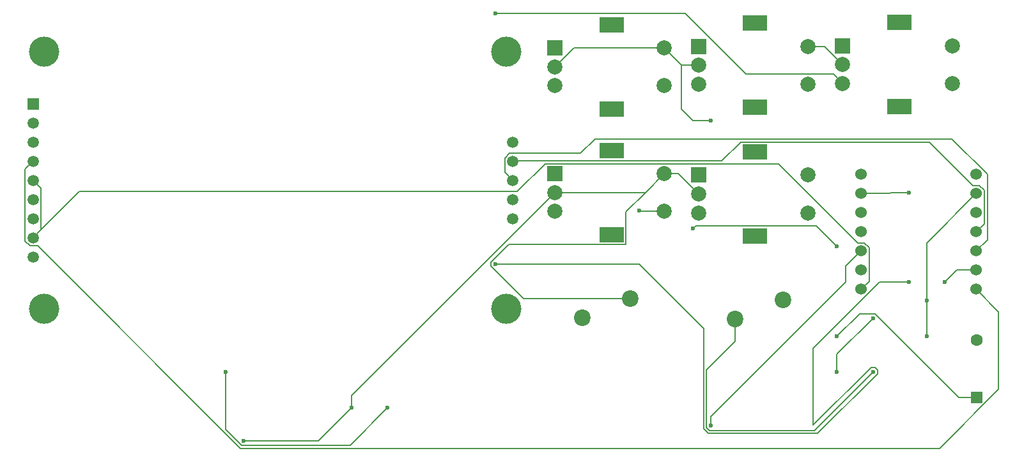
<source format=gbr>
%TF.GenerationSoftware,KiCad,Pcbnew,9.0.6*%
%TF.CreationDate,2026-01-26T19:54:01-03:00*%
%TF.ProjectId,osciloscopio,6f736369-6c6f-4736-936f-70696f2e6b69,rev?*%
%TF.SameCoordinates,Original*%
%TF.FileFunction,Copper,L2,Bot*%
%TF.FilePolarity,Positive*%
%FSLAX46Y46*%
G04 Gerber Fmt 4.6, Leading zero omitted, Abs format (unit mm)*
G04 Created by KiCad (PCBNEW 9.0.6) date 2026-01-26 19:54:01*
%MOMM*%
%LPD*%
G01*
G04 APERTURE LIST*
G04 Aperture macros list*
%AMRoundRect*
0 Rectangle with rounded corners*
0 $1 Rounding radius*
0 $2 $3 $4 $5 $6 $7 $8 $9 X,Y pos of 4 corners*
0 Add a 4 corners polygon primitive as box body*
4,1,4,$2,$3,$4,$5,$6,$7,$8,$9,$2,$3,0*
0 Add four circle primitives for the rounded corners*
1,1,$1+$1,$2,$3*
1,1,$1+$1,$4,$5*
1,1,$1+$1,$6,$7*
1,1,$1+$1,$8,$9*
0 Add four rect primitives between the rounded corners*
20,1,$1+$1,$2,$3,$4,$5,0*
20,1,$1+$1,$4,$5,$6,$7,0*
20,1,$1+$1,$6,$7,$8,$9,0*
20,1,$1+$1,$8,$9,$2,$3,0*%
G04 Aperture macros list end*
%TA.AperFunction,ComponentPad*%
%ADD10C,2.000000*%
%TD*%
%TA.AperFunction,ComponentPad*%
%ADD11R,3.200000X2.000000*%
%TD*%
%TA.AperFunction,ComponentPad*%
%ADD12R,2.000000X2.000000*%
%TD*%
%TA.AperFunction,ComponentPad*%
%ADD13C,4.000000*%
%TD*%
%TA.AperFunction,ComponentPad*%
%ADD14R,1.500000X1.500000*%
%TD*%
%TA.AperFunction,ComponentPad*%
%ADD15C,1.500000*%
%TD*%
%TA.AperFunction,ComponentPad*%
%ADD16C,1.524000*%
%TD*%
%TA.AperFunction,ComponentPad*%
%ADD17C,2.200000*%
%TD*%
%TA.AperFunction,ComponentPad*%
%ADD18RoundRect,0.250000X0.550000X-0.550000X0.550000X0.550000X-0.550000X0.550000X-0.550000X-0.550000X0*%
%TD*%
%TA.AperFunction,ComponentPad*%
%ADD19C,1.600000*%
%TD*%
%TA.AperFunction,ViaPad*%
%ADD20C,0.600000*%
%TD*%
%TA.AperFunction,Conductor*%
%ADD21C,0.200000*%
%TD*%
G04 APERTURE END LIST*
D10*
%TO.P,SW3,S2,S2*%
%TO.N,GND*%
X224770000Y-59172500D03*
%TO.P,SW3,S1,S1*%
%TO.N,Net-(U2-GPB5)*%
X224770000Y-64172500D03*
D11*
%TO.P,SW3,MP*%
%TO.N,N/C*%
X217770000Y-67272500D03*
X217770000Y-56072500D03*
D10*
%TO.P,SW3,C,C*%
%TO.N,GND*%
X210270000Y-61672500D03*
%TO.P,SW3,B,B*%
%TO.N,Net-(U2-GPB4)*%
X210270000Y-64172500D03*
D12*
%TO.P,SW3,A,A*%
%TO.N,Net-(U2-GPB3)*%
X210270000Y-59172500D03*
%TD*%
D13*
%TO.P,U3,*%
%TO.N,*%
X123625000Y-59910000D03*
X123625000Y-94010000D03*
X184825000Y-59910000D03*
X184825000Y-94010000D03*
D14*
%TO.P,U3,1,VCC*%
%TO.N,Net-(U1-3V3)*%
X122125000Y-66800000D03*
D15*
%TO.P,U3,2,GND*%
%TO.N,GND*%
X122125000Y-69340000D03*
%TO.P,U3,3,~{CS}*%
%TO.N,unconnected-(U3-~{CS}-Pad3)*%
X122125000Y-71880000D03*
%TO.P,U3,4,RESET*%
%TO.N,Net-(U1-GPIO1{slash}RX)*%
X122125000Y-74420000D03*
%TO.P,U3,5,D/~{C}*%
%TO.N,Net-(U1-GPIO0{slash}TX)*%
X122125000Y-76960000D03*
%TO.P,U3,6,MOSI*%
%TO.N,unconnected-(U3-MOSI-Pad6)*%
X122125000Y-79500000D03*
%TO.P,U3,7,SCK*%
%TO.N,unconnected-(U3-SCK-Pad7)*%
X122125000Y-82040000D03*
%TO.P,U3,8,LED*%
%TO.N,Net-(U1-GPIO0{slash}TX)*%
X122125000Y-84580000D03*
%TO.P,U3,9,MISO*%
%TO.N,unconnected-(U3-MISO-Pad9)*%
X122125000Y-87120000D03*
%TO.P,U3,10,SD_CS*%
%TO.N,unconnected-(U3-SD_CS-Pad10)*%
X185645000Y-71880000D03*
%TO.P,U3,11,SD_MOSI*%
%TO.N,Net-(U1-GPIO3{slash}MOSI)*%
X185645000Y-74420000D03*
%TO.P,U3,12,SD_MISO*%
%TO.N,Net-(U1-GPIO4{slash}MISO)*%
X185645000Y-76960000D03*
%TO.P,U3,13,SD_SCK*%
%TO.N,Net-(U1-GPIO2{slash}SCK)*%
X185645000Y-79500000D03*
%TO.P,U3,14,FLASH_CD*%
%TO.N,unconnected-(U3-FLASH_CD-Pad14)*%
X185645000Y-82040000D03*
%TD*%
D16*
%TO.P,U1,1,GPIO26/ADC0/A0*%
%TO.N,Net-(U1-GPIO26{slash}ADC0{slash}A0)*%
X231810000Y-76170000D03*
%TO.P,U1,2,GPIO27/ADC1/A1*%
%TO.N,Net-(U1-GPIO27{slash}ADC1{slash}A1)*%
X231810000Y-78710000D03*
%TO.P,U1,3,GPIO28/ADC2/A2*%
%TO.N,unconnected-(U1-GPIO28{slash}ADC2{slash}A2-Pad3)_1*%
X231810000Y-81250000D03*
%TO.P,U1,4,GPIO29/ADC3/A3*%
%TO.N,unconnected-(U1-GPIO29{slash}ADC3{slash}A3-Pad4)*%
X231810000Y-83790000D03*
%TO.P,U1,5,GPIO6/SDA*%
%TO.N,Net-(U1-GPIO6{slash}SDA)*%
X231810000Y-86330000D03*
%TO.P,U1,6,GPIO7/SCL*%
%TO.N,Net-(U1-GPIO7{slash}SCL)*%
X231810000Y-88870000D03*
%TO.P,U1,7,GPIO0/TX*%
%TO.N,Net-(U1-GPIO0{slash}TX)*%
X231810000Y-91410000D03*
%TO.P,U1,8,GPIO1/RX*%
%TO.N,Net-(U1-GPIO1{slash}RX)*%
X247050000Y-91410000D03*
%TO.P,U1,9,GPIO2/SCK*%
%TO.N,Net-(U1-GPIO2{slash}SCK)*%
X247050000Y-88870000D03*
%TO.P,U1,10,GPIO4/MISO*%
%TO.N,Net-(U1-GPIO4{slash}MISO)*%
X247050000Y-86330000D03*
%TO.P,U1,11,GPIO3/MOSI*%
%TO.N,Net-(U1-GPIO3{slash}MOSI)*%
X247050000Y-83790000D03*
%TO.P,U1,12,3V3*%
%TO.N,Net-(U1-3V3)*%
X247050000Y-81250000D03*
%TO.P,U1,13,GND*%
%TO.N,GND*%
X247050000Y-78710000D03*
%TO.P,U1,14,VBUS*%
%TO.N,+5V*%
X247050000Y-76170000D03*
%TD*%
D12*
%TO.P,SW7,A,A*%
%TO.N,Net-(U2-GPA4)*%
X191238750Y-76081250D03*
D10*
%TO.P,SW7,B,B*%
%TO.N,Net-(U2-GPA5)*%
X191238750Y-81081250D03*
%TO.P,SW7,C,C*%
%TO.N,GND*%
X191238750Y-78581250D03*
D11*
%TO.P,SW7,MP*%
%TO.N,N/C*%
X198738750Y-72981250D03*
X198738750Y-84181250D03*
D10*
%TO.P,SW7,S1,S1*%
%TO.N,Net-(U2-GPA6)*%
X205738750Y-81081250D03*
%TO.P,SW7,S2,S2*%
%TO.N,GND*%
X205738750Y-76081250D03*
%TD*%
D12*
%TO.P,SW6,A,A*%
%TO.N,Net-(U2-GPB0)*%
X191238750Y-59412500D03*
D10*
%TO.P,SW6,B,B*%
%TO.N,Net-(U2-GPB1)*%
X191238750Y-64412500D03*
%TO.P,SW6,C,C*%
%TO.N,GND*%
X191238750Y-61912500D03*
D11*
%TO.P,SW6,MP*%
%TO.N,N/C*%
X198738750Y-56312500D03*
X198738750Y-67512500D03*
D10*
%TO.P,SW6,S1,S1*%
%TO.N,Net-(U2-GPB2)*%
X205738750Y-64412500D03*
%TO.P,SW6,S2,S2*%
%TO.N,GND*%
X205738750Y-59412500D03*
%TD*%
D12*
%TO.P,SW5,A,A*%
%TO.N,Net-(U2-GPB6)*%
X229360000Y-59110000D03*
D10*
%TO.P,SW5,B,B*%
%TO.N,Net-(U2-GPB7)*%
X229360000Y-64110000D03*
%TO.P,SW5,C,C*%
%TO.N,GND*%
X229360000Y-61610000D03*
D11*
%TO.P,SW5,MP*%
%TO.N,N/C*%
X236860000Y-56010000D03*
X236860000Y-67210000D03*
D10*
%TO.P,SW5,S1,S1*%
%TO.N,Net-(U2-GPA0)*%
X243860000Y-64110000D03*
%TO.P,SW5,S2,S2*%
%TO.N,GND*%
X243860000Y-59110000D03*
%TD*%
D12*
%TO.P,SW4,A,A*%
%TO.N,Net-(U2-GPA1)*%
X210270000Y-76270000D03*
D10*
%TO.P,SW4,B,B*%
%TO.N,Net-(U2-GPA2)*%
X210270000Y-81270000D03*
%TO.P,SW4,C,C*%
%TO.N,GND*%
X210270000Y-78770000D03*
D11*
%TO.P,SW4,MP*%
%TO.N,N/C*%
X217770000Y-73170000D03*
X217770000Y-84370000D03*
D10*
%TO.P,SW4,S1,S1*%
%TO.N,Net-(U2-GPA3)*%
X224770000Y-81270000D03*
%TO.P,SW4,S2,S2*%
%TO.N,GND*%
X224770000Y-76270000D03*
%TD*%
D17*
%TO.P,SW2,1,1*%
%TO.N,GND*%
X201240000Y-92670000D03*
%TO.P,SW2,2,2*%
%TO.N,Net-(U1-GPIO27{slash}ADC1{slash}A1)*%
X194890000Y-95210000D03*
%TD*%
%TO.P,SW1,1,1*%
%TO.N,GND*%
X221500000Y-92830000D03*
%TO.P,SW1,2,2*%
%TO.N,Net-(U1-GPIO26{slash}ADC0{slash}A0)*%
X215150000Y-95370000D03*
%TD*%
D18*
%TO.P,D1,1,K*%
%TO.N,Net-(D1-K)*%
X247090000Y-105760000D03*
D19*
%TO.P,D1,2,A*%
%TO.N,Net-(D1-A)*%
X247090000Y-98140000D03*
%TD*%
D20*
%TO.N,GND*%
X164306250Y-107156250D03*
X211931250Y-69056250D03*
%TO.N,Net-(U1-GPIO27{slash}ADC1{slash}A1)*%
X238125000Y-78581250D03*
X228600000Y-85725000D03*
X209550000Y-83343750D03*
%TO.N,Net-(U1-GPIO2{slash}SCK)*%
X242887500Y-90487500D03*
X238125000Y-90487500D03*
X183356250Y-88106250D03*
%TO.N,Net-(U1-GPIO26{slash}ADC0{slash}A0)*%
X233362500Y-102393750D03*
%TO.N,Net-(D1-K)*%
X228600000Y-97631250D03*
%TO.N,GND*%
X240506250Y-97631250D03*
X240506250Y-92868750D03*
%TO.N,Net-(C1-Pad1)*%
X228600000Y-102393750D03*
X233362500Y-95250000D03*
%TO.N,Net-(U2-GPB7)*%
X183356250Y-54768750D03*
%TO.N,Net-(U1-3V3)*%
X147637500Y-102393750D03*
X169068750Y-107156250D03*
%TO.N,GND*%
X150018750Y-111517750D03*
%TO.N,Net-(U1-GPIO6{slash}SDA)*%
X211931250Y-109537500D03*
%TO.N,Net-(U2-GPA6)*%
X202406250Y-80962500D03*
%TD*%
D21*
%TO.N,GND*%
X164306250Y-107156250D02*
X159944750Y-111517750D01*
X209550000Y-69056250D02*
X211931250Y-69056250D01*
X207998750Y-67505000D02*
X209550000Y-69056250D01*
X207998750Y-61672500D02*
X207998750Y-67505000D01*
%TO.N,Net-(U1-GPIO27{slash}ADC1{slash}A1)*%
X235743750Y-78581250D02*
X235615000Y-78710000D01*
X238125000Y-78581250D02*
X235743750Y-78581250D01*
X235615000Y-78710000D02*
X231810000Y-78710000D01*
X209918500Y-82975250D02*
X225850250Y-82975250D01*
X225850250Y-82975250D02*
X228600000Y-85725000D01*
X209550000Y-83343750D02*
X209918500Y-82975250D01*
%TO.N,GND*%
X226922500Y-59172500D02*
X224770000Y-59172500D01*
X229360000Y-61610000D02*
X226922500Y-59172500D01*
X205738750Y-59412500D02*
X207998750Y-61672500D01*
X207998750Y-61672500D02*
X210270000Y-61672500D01*
X193738750Y-59412500D02*
X205738750Y-59412500D01*
X191238750Y-61912500D02*
X193738750Y-59412500D01*
X185130307Y-85482250D02*
X182755250Y-87857307D01*
X182755250Y-87857307D02*
X182755250Y-88355193D01*
X182755250Y-88355193D02*
X187070057Y-92670000D01*
X187070057Y-92670000D02*
X201240000Y-92670000D01*
X200639750Y-85482250D02*
X185130307Y-85482250D01*
X200639750Y-81180250D02*
X200639750Y-85482250D01*
X203238750Y-78581250D02*
X200639750Y-81180250D01*
X203238750Y-78581250D02*
X191238750Y-78581250D01*
X205738750Y-76081250D02*
X203238750Y-78581250D01*
X207581250Y-76081250D02*
X205738750Y-76081250D01*
X210270000Y-78770000D02*
X207581250Y-76081250D01*
%TO.N,Net-(U1-GPIO2{slash}SCK)*%
X244505000Y-88870000D02*
X247050000Y-88870000D01*
X242887500Y-90487500D02*
X244505000Y-88870000D01*
X234235810Y-90487500D02*
X238125000Y-90487500D01*
X225451650Y-99271660D02*
X234235810Y-90487500D01*
X225451650Y-109454657D02*
X225451650Y-99271660D01*
X233611443Y-101792750D02*
X233113557Y-101792750D01*
X233963500Y-102642693D02*
X233963500Y-102144807D01*
X226066693Y-110539500D02*
X233963500Y-102642693D01*
X211516207Y-110539500D02*
X226066693Y-110539500D01*
X233113557Y-101792750D02*
X225451650Y-109454657D01*
X233963500Y-102144807D02*
X233611443Y-101792750D01*
X210929250Y-96657720D02*
X210929250Y-109952543D01*
X210929250Y-109952543D02*
X211516207Y-110539500D01*
X202377780Y-88106250D02*
X210929250Y-96657720D01*
X183356250Y-88106250D02*
X202377780Y-88106250D01*
%TO.N,Net-(U1-GPIO4{slash}MISO)*%
X248514000Y-84866000D02*
X247050000Y-86330000D01*
X248514000Y-76130690D02*
X248514000Y-84866000D01*
X243851310Y-71468000D02*
X248514000Y-76130690D01*
X196554250Y-71468000D02*
X243851310Y-71468000D01*
X194653250Y-73369000D02*
X196554250Y-71468000D01*
X185209661Y-73369000D02*
X194653250Y-73369000D01*
X184594000Y-73984661D02*
X185209661Y-73369000D01*
X184594000Y-75909000D02*
X184594000Y-73984661D01*
X185645000Y-76960000D02*
X184594000Y-75909000D01*
%TO.N,Net-(U1-GPIO3{slash}MOSI)*%
X248113000Y-82727000D02*
X247050000Y-83790000D01*
X248113000Y-78269690D02*
X248113000Y-82727000D01*
X247490310Y-77647000D02*
X248113000Y-78269690D01*
X246609690Y-77647000D02*
X247490310Y-77647000D01*
X240831690Y-71869000D02*
X246609690Y-77647000D01*
X215869000Y-71869000D02*
X240831690Y-71869000D01*
X213358750Y-74379250D02*
X215869000Y-71869000D01*
X185685750Y-74379250D02*
X213358750Y-74379250D01*
X185645000Y-74420000D02*
X185685750Y-74379250D01*
%TO.N,Net-(U1-GPIO1{slash}RX)*%
X250031250Y-94391250D02*
X247050000Y-91410000D01*
X250031250Y-104704910D02*
X250031250Y-94391250D01*
X242216410Y-112519750D02*
X250031250Y-104704910D01*
X149603707Y-112519750D02*
X242216410Y-112519750D01*
X122714957Y-85631000D02*
X149603707Y-112519750D01*
X121689661Y-85631000D02*
X122714957Y-85631000D01*
X121074000Y-85015339D02*
X121689661Y-85631000D01*
X121074000Y-75471000D02*
X121074000Y-85015339D01*
X122125000Y-74420000D02*
X121074000Y-75471000D01*
%TO.N,Net-(U1-GPIO0{slash}TX)*%
X232873000Y-90347000D02*
X231810000Y-91410000D01*
X232873000Y-85889690D02*
X232873000Y-90347000D01*
X231369690Y-85267000D02*
X232250310Y-85267000D01*
X220882940Y-74780250D02*
X231369690Y-85267000D01*
X189937750Y-74780250D02*
X220882940Y-74780250D01*
X186269000Y-78449000D02*
X189937750Y-74780250D01*
X232250310Y-85267000D02*
X232873000Y-85889690D01*
X128256000Y-78449000D02*
X186269000Y-78449000D01*
X123176000Y-83529000D02*
X128256000Y-78449000D01*
X123176000Y-78011000D02*
X123176000Y-83529000D01*
X122125000Y-76960000D02*
X123176000Y-78011000D01*
X123176000Y-83529000D02*
X122125000Y-84580000D01*
%TO.N,GND*%
X240506250Y-85253750D02*
X247050000Y-78710000D01*
X240506250Y-92868750D02*
X240506250Y-85253750D01*
%TO.N,Net-(U1-GPIO26{slash}ADC0{slash}A0)*%
X211330250Y-102158220D02*
X215150000Y-98338470D01*
X211330250Y-109786443D02*
X211330250Y-102158220D01*
X211682307Y-110138500D02*
X211330250Y-109786443D01*
X225617750Y-110138500D02*
X211682307Y-110138500D01*
X215150000Y-98338470D02*
X215150000Y-95370000D01*
X233362500Y-102393750D02*
X225617750Y-110138500D01*
%TO.N,Net-(D1-K)*%
X231582250Y-94649000D02*
X228600000Y-97631250D01*
X233611443Y-94649000D02*
X231582250Y-94649000D01*
X244722443Y-105760000D02*
X233611443Y-94649000D01*
X247090000Y-105760000D02*
X244722443Y-105760000D01*
%TO.N,GND*%
X240506250Y-97631250D02*
X240506250Y-92868750D01*
%TO.N,Net-(C1-Pad1)*%
X228600000Y-100012500D02*
X228600000Y-102393750D01*
X233362500Y-95250000D02*
X228600000Y-100012500D01*
%TO.N,Net-(U2-GPB7)*%
X228121500Y-62871500D02*
X229360000Y-64110000D01*
X216571000Y-62871500D02*
X228121500Y-62871500D01*
X208468250Y-54768750D02*
X216571000Y-62871500D01*
X183356250Y-54768750D02*
X208468250Y-54768750D01*
%TO.N,Net-(U1-3V3)*%
X147637500Y-109986443D02*
X147637500Y-102393750D01*
X149769807Y-112118750D02*
X147637500Y-109986443D01*
X164106250Y-112118750D02*
X149769807Y-112118750D01*
X169068750Y-107156250D02*
X164106250Y-112118750D01*
%TO.N,GND*%
X164306250Y-105513750D02*
X191238750Y-78581250D01*
X164306250Y-107156250D02*
X164306250Y-105513750D01*
X150018750Y-111517750D02*
X159944750Y-111517750D01*
%TO.N,Net-(U1-GPIO6{slash}SDA)*%
X229764030Y-88375970D02*
X231810000Y-86330000D01*
X229764030Y-90487500D02*
X229764030Y-88375970D01*
X211931250Y-108320280D02*
X229764030Y-90487500D01*
X211931250Y-109537500D02*
X211931250Y-108320280D01*
%TO.N,Net-(U2-GPA6)*%
X202525000Y-81081250D02*
X205738750Y-81081250D01*
X202406250Y-80962500D02*
X202525000Y-81081250D01*
%TD*%
M02*

</source>
